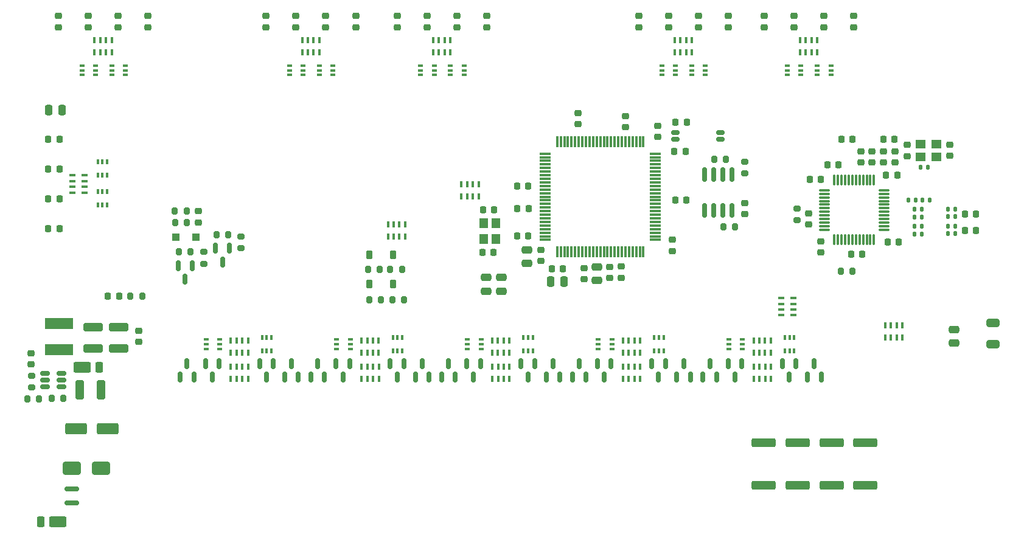
<source format=gbr>
%TF.GenerationSoftware,KiCad,Pcbnew,7.0.8*%
%TF.CreationDate,2023-12-19T12:05:06+02:00*%
%TF.ProjectId,serial_io_expander,73657269-616c-45f6-996f-5f657870616e,rev?*%
%TF.SameCoordinates,Original*%
%TF.FileFunction,Paste,Top*%
%TF.FilePolarity,Positive*%
%FSLAX46Y46*%
G04 Gerber Fmt 4.6, Leading zero omitted, Abs format (unit mm)*
G04 Created by KiCad (PCBNEW 7.0.8) date 2023-12-19 12:05:06*
%MOMM*%
%LPD*%
G01*
G04 APERTURE LIST*
G04 Aperture macros list*
%AMRoundRect*
0 Rectangle with rounded corners*
0 $1 Rounding radius*
0 $2 $3 $4 $5 $6 $7 $8 $9 X,Y pos of 4 corners*
0 Add a 4 corners polygon primitive as box body*
4,1,4,$2,$3,$4,$5,$6,$7,$8,$9,$2,$3,0*
0 Add four circle primitives for the rounded corners*
1,1,$1+$1,$2,$3*
1,1,$1+$1,$4,$5*
1,1,$1+$1,$6,$7*
1,1,$1+$1,$8,$9*
0 Add four rect primitives between the rounded corners*
20,1,$1+$1,$2,$3,$4,$5,0*
20,1,$1+$1,$4,$5,$6,$7,0*
20,1,$1+$1,$6,$7,$8,$9,0*
20,1,$1+$1,$8,$9,$2,$3,0*%
G04 Aperture macros list end*
%ADD10RoundRect,0.200000X-0.275000X0.200000X-0.275000X-0.200000X0.275000X-0.200000X0.275000X0.200000X0*%
%ADD11R,1.400000X1.200000*%
%ADD12RoundRect,0.218750X0.256250X-0.218750X0.256250X0.218750X-0.256250X0.218750X-0.256250X-0.218750X0*%
%ADD13RoundRect,0.135000X-0.135000X-0.185000X0.135000X-0.185000X0.135000X0.185000X-0.135000X0.185000X0*%
%ADD14RoundRect,0.225000X0.225000X0.250000X-0.225000X0.250000X-0.225000X-0.250000X0.225000X-0.250000X0*%
%ADD15RoundRect,0.150000X0.150000X-0.587500X0.150000X0.587500X-0.150000X0.587500X-0.150000X-0.587500X0*%
%ADD16R,0.400000X0.900000*%
%ADD17R,0.400000X0.650000*%
%ADD18R,0.650000X0.400000*%
%ADD19RoundRect,0.150000X-0.150000X0.825000X-0.150000X-0.825000X0.150000X-0.825000X0.150000X0.825000X0*%
%ADD20RoundRect,0.225000X0.250000X-0.225000X0.250000X0.225000X-0.250000X0.225000X-0.250000X-0.225000X0*%
%ADD21RoundRect,0.225000X-0.225000X-0.250000X0.225000X-0.250000X0.225000X0.250000X-0.225000X0.250000X0*%
%ADD22RoundRect,0.150000X0.850000X0.150000X-0.850000X0.150000X-0.850000X-0.150000X0.850000X-0.150000X0*%
%ADD23RoundRect,0.218750X0.218750X0.256250X-0.218750X0.256250X-0.218750X-0.256250X0.218750X-0.256250X0*%
%ADD24RoundRect,0.200000X-0.200000X-0.275000X0.200000X-0.275000X0.200000X0.275000X-0.200000X0.275000X0*%
%ADD25RoundRect,0.250000X0.650000X-0.325000X0.650000X0.325000X-0.650000X0.325000X-0.650000X-0.325000X0*%
%ADD26RoundRect,0.135000X0.135000X0.185000X-0.135000X0.185000X-0.135000X-0.185000X0.135000X-0.185000X0*%
%ADD27RoundRect,0.225000X-0.225000X-0.375000X0.225000X-0.375000X0.225000X0.375000X-0.225000X0.375000X0*%
%ADD28RoundRect,0.200000X0.200000X0.275000X-0.200000X0.275000X-0.200000X-0.275000X0.200000X-0.275000X0*%
%ADD29RoundRect,0.250000X-0.475000X0.250000X-0.475000X-0.250000X0.475000X-0.250000X0.475000X0.250000X0*%
%ADD30RoundRect,0.225000X-0.250000X0.225000X-0.250000X-0.225000X0.250000X-0.225000X0.250000X0.225000X0*%
%ADD31RoundRect,0.150000X-0.150000X0.587500X-0.150000X-0.587500X0.150000X-0.587500X0.150000X0.587500X0*%
%ADD32RoundRect,0.250000X-0.950000X-0.500000X0.950000X-0.500000X0.950000X0.500000X-0.950000X0.500000X0*%
%ADD33RoundRect,0.250000X-0.275000X-0.500000X0.275000X-0.500000X0.275000X0.500000X-0.275000X0.500000X0*%
%ADD34RoundRect,0.250000X0.950000X0.500000X-0.950000X0.500000X-0.950000X-0.500000X0.950000X-0.500000X0*%
%ADD35RoundRect,0.250000X0.275000X0.500000X-0.275000X0.500000X-0.275000X-0.500000X0.275000X-0.500000X0*%
%ADD36RoundRect,0.200000X0.275000X-0.200000X0.275000X0.200000X-0.275000X0.200000X-0.275000X-0.200000X0*%
%ADD37RoundRect,0.250000X-1.100000X0.325000X-1.100000X-0.325000X1.100000X-0.325000X1.100000X0.325000X0*%
%ADD38RoundRect,0.250000X1.425000X-0.362500X1.425000X0.362500X-1.425000X0.362500X-1.425000X-0.362500X0*%
%ADD39RoundRect,0.250000X-0.300000X-0.300000X0.300000X-0.300000X0.300000X0.300000X-0.300000X0.300000X0*%
%ADD40RoundRect,0.250000X0.475000X-0.250000X0.475000X0.250000X-0.475000X0.250000X-0.475000X-0.250000X0*%
%ADD41RoundRect,0.250000X-1.000000X-0.650000X1.000000X-0.650000X1.000000X0.650000X-1.000000X0.650000X0*%
%ADD42RoundRect,0.250000X-1.250000X-0.550000X1.250000X-0.550000X1.250000X0.550000X-1.250000X0.550000X0*%
%ADD43R,1.200000X1.400000*%
%ADD44RoundRect,0.250000X-0.325000X-1.100000X0.325000X-1.100000X0.325000X1.100000X-0.325000X1.100000X0*%
%ADD45RoundRect,0.218750X-0.218750X-0.256250X0.218750X-0.256250X0.218750X0.256250X-0.218750X0.256250X0*%
%ADD46RoundRect,0.075000X0.075000X-0.725000X0.075000X0.725000X-0.075000X0.725000X-0.075000X-0.725000X0*%
%ADD47RoundRect,0.075000X0.725000X-0.075000X0.725000X0.075000X-0.725000X0.075000X-0.725000X-0.075000X0*%
%ADD48RoundRect,0.250000X-0.250000X-0.475000X0.250000X-0.475000X0.250000X0.475000X-0.250000X0.475000X0*%
%ADD49R,4.000000X1.500000*%
%ADD50RoundRect,0.150000X-0.450000X-0.150000X0.450000X-0.150000X0.450000X0.150000X-0.450000X0.150000X0*%
%ADD51R,0.900000X0.400000*%
%ADD52RoundRect,0.075000X0.662500X0.075000X-0.662500X0.075000X-0.662500X-0.075000X0.662500X-0.075000X0*%
%ADD53RoundRect,0.075000X0.075000X0.662500X-0.075000X0.662500X-0.075000X-0.662500X0.075000X-0.662500X0*%
%ADD54RoundRect,0.150000X-0.512500X-0.150000X0.512500X-0.150000X0.512500X0.150000X-0.512500X0.150000X0*%
G04 APERTURE END LIST*
D10*
%TO.C,R5*%
X161190000Y-72975000D03*
X161190000Y-74625000D03*
%TD*%
D11*
%TO.C,Y3*%
X187876250Y-70558750D03*
X185676250Y-70558750D03*
X185676250Y-72258750D03*
X187876250Y-72258750D03*
%TD*%
D12*
%TO.C,D33*%
X102905000Y-54260000D03*
X102905000Y-52685000D03*
%TD*%
D13*
%TO.C,R79*%
X185641250Y-73758750D03*
X186661250Y-73758750D03*
%TD*%
D14*
%TO.C,C16*%
X131105000Y-79490000D03*
X129555000Y-79490000D03*
%TD*%
D15*
%TO.C,D11*%
X155392500Y-102972500D03*
X157292500Y-102972500D03*
X156342500Y-101097500D03*
%TD*%
D16*
%TO.C,RN11*%
X107880001Y-103222500D03*
X108680001Y-103222500D03*
X109480001Y-103222500D03*
X110280001Y-103222500D03*
X110280001Y-101522500D03*
X109480001Y-101522500D03*
X108680001Y-101522500D03*
X107880001Y-101522500D03*
%TD*%
D17*
%TO.C,U27*%
X166792500Y-99322500D03*
X167442500Y-99322500D03*
X168092500Y-99322500D03*
X168092500Y-97422500D03*
X167442500Y-97422500D03*
X166792500Y-97422500D03*
%TD*%
D18*
%TO.C,U9*%
X68980000Y-59610000D03*
X68980000Y-60260000D03*
X68980000Y-60910000D03*
X70880000Y-60910000D03*
X70880000Y-60260000D03*
X70880000Y-59610000D03*
%TD*%
D19*
%TO.C,U3*%
X159460000Y-74775000D03*
X158190000Y-74775000D03*
X156920000Y-74775000D03*
X155650000Y-74775000D03*
X155650000Y-79725000D03*
X156920000Y-79725000D03*
X158190000Y-79725000D03*
X159460000Y-79725000D03*
%TD*%
D16*
%TO.C,RN17*%
X144255001Y-103222500D03*
X145055001Y-103222500D03*
X145855001Y-103222500D03*
X146655001Y-103222500D03*
X146655001Y-101522500D03*
X145855001Y-101522500D03*
X145055001Y-101522500D03*
X144255001Y-101522500D03*
%TD*%
%TO.C,RN18*%
X146645000Y-97872500D03*
X145845000Y-97872500D03*
X145045000Y-97872500D03*
X144245000Y-97872500D03*
X144245000Y-99572500D03*
X145045000Y-99572500D03*
X145845000Y-99572500D03*
X146645000Y-99572500D03*
%TD*%
D20*
%TO.C,C8*%
X61860000Y-101195000D03*
X61860000Y-99645000D03*
%TD*%
D12*
%TO.C,D34*%
X98755000Y-54260000D03*
X98755000Y-52685000D03*
%TD*%
D21*
%TO.C,C2*%
X151400000Y-71500000D03*
X152950000Y-71500000D03*
%TD*%
D22*
%TO.C,L5*%
X67600000Y-120450000D03*
X67600000Y-118550000D03*
%TD*%
D23*
%TO.C,D49*%
X65830000Y-78110002D03*
X64255000Y-78110002D03*
%TD*%
D24*
%TO.C,R75*%
X111875000Y-87925000D03*
X113525000Y-87925000D03*
%TD*%
D25*
%TO.C,C47*%
X195750000Y-98355000D03*
X195750000Y-95405000D03*
%TD*%
D18*
%TO.C,U7*%
X120230001Y-59610000D03*
X120230001Y-60260000D03*
X120230001Y-60910000D03*
X122130001Y-60910000D03*
X122130001Y-60260000D03*
X122130001Y-59610000D03*
%TD*%
D15*
%TO.C,D12*%
X137205000Y-102972500D03*
X139105000Y-102972500D03*
X138155000Y-101097500D03*
%TD*%
D16*
%TO.C,RN6*%
X171280000Y-56060000D03*
X170480000Y-56060000D03*
X169680000Y-56060000D03*
X168880000Y-56060000D03*
X168880000Y-57760000D03*
X169680000Y-57760000D03*
X170480000Y-57760000D03*
X171280000Y-57760000D03*
%TD*%
D15*
%TO.C,D7*%
X151755000Y-102972499D03*
X153655000Y-102972499D03*
X152705000Y-101097499D03*
%TD*%
D26*
%TO.C,R83*%
X185831250Y-81983750D03*
X184811250Y-81983750D03*
%TD*%
D12*
%TO.C,D24*%
X78180000Y-54260000D03*
X78180000Y-52685000D03*
%TD*%
D26*
%TO.C,R89*%
X190530000Y-79610000D03*
X189510000Y-79610000D03*
%TD*%
D20*
%TO.C,C19*%
X149100000Y-69525000D03*
X149100000Y-67975000D03*
%TD*%
D14*
%TO.C,C37*%
X177526250Y-85808750D03*
X175976250Y-85808750D03*
%TD*%
D27*
%TO.C,D44*%
X108952500Y-90035000D03*
X112252500Y-90035000D03*
%TD*%
D26*
%TO.C,R87*%
X190530000Y-81970000D03*
X189510000Y-81970000D03*
%TD*%
D17*
%TO.C,U21*%
X130417500Y-99322500D03*
X131067500Y-99322500D03*
X131717500Y-99322500D03*
X131717500Y-97422500D03*
X131067500Y-97422500D03*
X130417500Y-97422500D03*
%TD*%
D28*
%TO.C,R6*%
X159865000Y-82000000D03*
X158215000Y-82000000D03*
%TD*%
D29*
%TO.C,C18*%
X125245000Y-89100000D03*
X125245000Y-91000000D03*
%TD*%
D30*
%TO.C,C38*%
X170130000Y-80135000D03*
X170130000Y-81685000D03*
%TD*%
D15*
%TO.C,D9*%
X100830000Y-102972500D03*
X102730000Y-102972500D03*
X101780000Y-101097500D03*
%TD*%
D26*
%TO.C,R90*%
X190530000Y-80640000D03*
X189510000Y-80640000D03*
%TD*%
D31*
%TO.C,D23*%
X95592501Y-101097500D03*
X93692501Y-101097500D03*
X94642501Y-102972500D03*
%TD*%
D16*
%TO.C,RN9*%
X92082500Y-97872500D03*
X91282500Y-97872500D03*
X90482500Y-97872500D03*
X89682500Y-97872500D03*
X89682500Y-99572500D03*
X90482500Y-99572500D03*
X91282500Y-99572500D03*
X92082500Y-99572500D03*
%TD*%
D24*
%TO.C,R74*%
X112150000Y-92175000D03*
X113800000Y-92175000D03*
%TD*%
D31*
%TO.C,D22*%
X150155001Y-101097500D03*
X148255001Y-101097500D03*
X149205001Y-102972500D03*
%TD*%
D32*
%TO.C,D1*%
X65650000Y-123100000D03*
D33*
X63275000Y-123100000D03*
%TD*%
D16*
%TO.C,RN16*%
X164832500Y-97872500D03*
X164032500Y-97872500D03*
X163232500Y-97872500D03*
X162432500Y-97872500D03*
X162432500Y-99572500D03*
X163232500Y-99572500D03*
X164032500Y-99572500D03*
X164832500Y-99572500D03*
%TD*%
D29*
%TO.C,C28*%
X130900000Y-85250000D03*
X130900000Y-87150000D03*
%TD*%
D34*
%TO.C,D46*%
X69010000Y-101620000D03*
D35*
X71385000Y-101620000D03*
%TD*%
D17*
%TO.C,U15*%
X112230000Y-99322500D03*
X112880000Y-99322500D03*
X113530000Y-99322500D03*
X113530000Y-97422500D03*
X112880000Y-97422500D03*
X112230000Y-97422500D03*
%TD*%
D36*
%TO.C,R4*%
X168510000Y-81145000D03*
X168510000Y-79495000D03*
%TD*%
D31*
%TO.C,D14*%
X106230000Y-101097500D03*
X104330000Y-101097500D03*
X105280000Y-102972500D03*
%TD*%
D12*
%TO.C,D28*%
X125280000Y-54260000D03*
X125280000Y-52685000D03*
%TD*%
D16*
%TO.C,RN2*%
X124175000Y-76075000D03*
X123375000Y-76075000D03*
X122575000Y-76075000D03*
X121775000Y-76075000D03*
X121775000Y-77775000D03*
X122575000Y-77775000D03*
X123375000Y-77775000D03*
X124175000Y-77775000D03*
%TD*%
D24*
%TO.C,R3*%
X75712500Y-91700000D03*
X77362500Y-91700000D03*
%TD*%
%TO.C,R1*%
X81930000Y-81410000D03*
X83580000Y-81410000D03*
%TD*%
D37*
%TO.C,C9*%
X74060000Y-96045000D03*
X74060000Y-98995000D03*
%TD*%
D30*
%TO.C,C11*%
X76900000Y-96495000D03*
X76900000Y-98045000D03*
%TD*%
D23*
%TO.C,L4*%
X176197500Y-69880000D03*
X174622500Y-69880000D03*
%TD*%
D26*
%TO.C,R82*%
X186941250Y-78353750D03*
X185921250Y-78353750D03*
%TD*%
D18*
%TO.C,U18*%
X167130000Y-59610000D03*
X167130000Y-60260000D03*
X167130000Y-60910000D03*
X169030000Y-60910000D03*
X169030000Y-60260000D03*
X169030000Y-59610000D03*
%TD*%
D12*
%TO.C,D29*%
X121130000Y-54260000D03*
X121130000Y-52685000D03*
%TD*%
D17*
%TO.C,U33*%
X148605000Y-99322500D03*
X149255000Y-99322500D03*
X149905000Y-99322500D03*
X149905000Y-97422500D03*
X149255000Y-97422500D03*
X148605000Y-97422500D03*
%TD*%
D16*
%TO.C,RN14*%
X128457500Y-97872500D03*
X127657500Y-97872500D03*
X126857500Y-97872500D03*
X126057500Y-97872500D03*
X126057500Y-99572500D03*
X126857500Y-99572500D03*
X127657500Y-99572500D03*
X128457500Y-99572500D03*
%TD*%
D15*
%TO.C,D10*%
X119017500Y-102972500D03*
X120917500Y-102972500D03*
X119967500Y-101097500D03*
%TD*%
D23*
%TO.C,D47*%
X65830000Y-69810002D03*
X64255000Y-69810002D03*
%TD*%
D38*
%TO.C,R8*%
X163800000Y-118000000D03*
X163800000Y-112075000D03*
%TD*%
D18*
%TO.C,U28*%
X158992500Y-97722500D03*
X158992500Y-98372500D03*
X158992500Y-99022500D03*
X160892500Y-99022500D03*
X160892500Y-98372500D03*
X160892500Y-97722500D03*
%TD*%
D12*
%TO.C,D35*%
X94605000Y-54260000D03*
X94605000Y-52685000D03*
%TD*%
D20*
%TO.C,C35*%
X180501250Y-73058750D03*
X180501250Y-71508750D03*
%TD*%
D26*
%TO.C,R84*%
X185841250Y-83023750D03*
X184821250Y-83023750D03*
%TD*%
D17*
%TO.C,U19*%
X71180000Y-74860000D03*
X71830000Y-74860000D03*
X72480000Y-74860000D03*
X72480000Y-72960000D03*
X71830000Y-72960000D03*
X71180000Y-72960000D03*
%TD*%
D39*
%TO.C,D5*%
X82030000Y-83510000D03*
X84830000Y-83510000D03*
%TD*%
D12*
%TO.C,D30*%
X116980000Y-54260000D03*
X116980000Y-52685000D03*
%TD*%
%TO.C,D43*%
X163880000Y-54260000D03*
X163880000Y-52685000D03*
%TD*%
D40*
%TO.C,C46*%
X190340000Y-98210000D03*
X190340000Y-96310000D03*
%TD*%
D16*
%TO.C,RN12*%
X110270000Y-97872500D03*
X109470000Y-97872500D03*
X108670000Y-97872500D03*
X107870000Y-97872500D03*
X107870000Y-99572500D03*
X108670000Y-99572500D03*
X109470000Y-99572500D03*
X110270000Y-99572500D03*
%TD*%
D26*
%TO.C,R81*%
X184991250Y-78353750D03*
X183971250Y-78353750D03*
%TD*%
D41*
%TO.C,D51*%
X67600000Y-115650000D03*
X71600000Y-115650000D03*
%TD*%
D42*
%TO.C,C6*%
X68150000Y-110120000D03*
X72550000Y-110120000D03*
%TD*%
D21*
%TO.C,C45*%
X191845000Y-80240000D03*
X193395000Y-80240000D03*
%TD*%
D27*
%TO.C,D45*%
X108925000Y-85925000D03*
X112225000Y-85925000D03*
%TD*%
D21*
%TO.C,C40*%
X180881250Y-74828750D03*
X182431250Y-74828750D03*
%TD*%
D31*
%TO.C,Q2*%
X89480000Y-85035000D03*
X87580000Y-85035000D03*
X88530000Y-86910000D03*
%TD*%
%TO.C,D21*%
X168342501Y-101097500D03*
X166442501Y-101097500D03*
X167392501Y-102972500D03*
%TD*%
D16*
%TO.C,RN8*%
X180750000Y-97475000D03*
X181550000Y-97475000D03*
X182350000Y-97475000D03*
X183150000Y-97475000D03*
X183150000Y-95775000D03*
X182350000Y-95775000D03*
X181550000Y-95775000D03*
X180750000Y-95775000D03*
%TD*%
D29*
%TO.C,C14*%
X127325000Y-89100000D03*
X127325000Y-91000000D03*
%TD*%
D24*
%TO.C,R76*%
X64735000Y-105920000D03*
X66385000Y-105920000D03*
%TD*%
D21*
%TO.C,C3*%
X124775000Y-79700000D03*
X126325000Y-79700000D03*
%TD*%
D24*
%TO.C,R72*%
X108925000Y-92175000D03*
X110575000Y-92175000D03*
%TD*%
D43*
%TO.C,Y2*%
X124850000Y-81550000D03*
X124850000Y-83750000D03*
X126550000Y-83750000D03*
X126550000Y-81550000D03*
%TD*%
D14*
%TO.C,C5*%
X126225000Y-85575000D03*
X124675000Y-85575000D03*
%TD*%
D28*
%TO.C,R77*%
X63010000Y-105970000D03*
X61360000Y-105970000D03*
%TD*%
D14*
%TO.C,C34*%
X174225000Y-73420000D03*
X172675000Y-73420000D03*
%TD*%
D26*
%TO.C,R88*%
X190530000Y-83010000D03*
X189510000Y-83010000D03*
%TD*%
D12*
%TO.C,D42*%
X168030000Y-54260000D03*
X168030000Y-52685000D03*
%TD*%
%TO.C,D25*%
X74030000Y-54260000D03*
X74030000Y-52685000D03*
%TD*%
%TO.C,D26*%
X69880000Y-54260000D03*
X69880000Y-52685000D03*
%TD*%
D14*
%TO.C,C24*%
X131045000Y-76360000D03*
X129495000Y-76360000D03*
%TD*%
D20*
%TO.C,C39*%
X178931250Y-73058750D03*
X178931250Y-71508750D03*
%TD*%
D31*
%TO.C,D20*%
X131967501Y-101097500D03*
X130067501Y-101097500D03*
X131017501Y-102972500D03*
%TD*%
D28*
%TO.C,R2*%
X83530000Y-79810000D03*
X81880000Y-79810000D03*
%TD*%
D18*
%TO.C,U22*%
X122617500Y-97722500D03*
X122617500Y-98372500D03*
X122617500Y-99022500D03*
X124517500Y-99022500D03*
X124517500Y-98372500D03*
X124517500Y-97722500D03*
%TD*%
D31*
%TO.C,Q3*%
X84280000Y-87435000D03*
X82380000Y-87435000D03*
X83330000Y-89310000D03*
%TD*%
D26*
%TO.C,R85*%
X185811250Y-79623750D03*
X184791250Y-79623750D03*
%TD*%
D18*
%TO.C,U11*%
X102005001Y-59610000D03*
X102005001Y-60260000D03*
X102005001Y-60910000D03*
X103905001Y-60910000D03*
X103905001Y-60260000D03*
X103905001Y-59610000D03*
%TD*%
D21*
%TO.C,C44*%
X191845000Y-82540000D03*
X193395000Y-82540000D03*
%TD*%
D44*
%TO.C,C7*%
X68685000Y-104720000D03*
X71635000Y-104720000D03*
%TD*%
D20*
%TO.C,C27*%
X144600000Y-68175000D03*
X144600000Y-66625000D03*
%TD*%
%TO.C,C41*%
X177361250Y-73058750D03*
X177361250Y-71508750D03*
%TD*%
D18*
%TO.C,U17*%
X171280001Y-59610000D03*
X171280001Y-60260000D03*
X171280001Y-60910000D03*
X173180001Y-60910000D03*
X173180001Y-60260000D03*
X173180001Y-59610000D03*
%TD*%
D45*
%TO.C,D2*%
X72550000Y-91700000D03*
X74125000Y-91700000D03*
%TD*%
D12*
%TO.C,D41*%
X172180000Y-54260000D03*
X172180000Y-52685000D03*
%TD*%
D29*
%TO.C,C26*%
X140630000Y-87620000D03*
X140630000Y-89520000D03*
%TD*%
D16*
%TO.C,RN3*%
X120230000Y-56060000D03*
X119430000Y-56060000D03*
X118630000Y-56060000D03*
X117830000Y-56060000D03*
X117830000Y-57760000D03*
X118630000Y-57760000D03*
X119430000Y-57760000D03*
X120230000Y-57760000D03*
%TD*%
D12*
%TO.C,D40*%
X176330000Y-54260000D03*
X176330000Y-52685000D03*
%TD*%
D15*
%TO.C,D4*%
X133567500Y-102972499D03*
X135467500Y-102972499D03*
X134517500Y-101097499D03*
%TD*%
D31*
%TO.C,D15*%
X124417500Y-101097500D03*
X122517500Y-101097500D03*
X123467500Y-102972500D03*
%TD*%
D18*
%TO.C,U12*%
X97855000Y-59610000D03*
X97855000Y-60260000D03*
X97855000Y-60910000D03*
X99755000Y-60910000D03*
X99755000Y-60260000D03*
X99755000Y-59610000D03*
%TD*%
D16*
%TO.C,RN15*%
X162442501Y-103222500D03*
X163242501Y-103222500D03*
X164042501Y-103222500D03*
X164842501Y-103222500D03*
X164842501Y-101522500D03*
X164042501Y-101522500D03*
X163242501Y-101522500D03*
X162442501Y-101522500D03*
%TD*%
D14*
%TO.C,C32*%
X182026250Y-69858750D03*
X180476250Y-69858750D03*
%TD*%
D18*
%TO.C,U13*%
X153830001Y-59610000D03*
X153830001Y-60260000D03*
X153830001Y-60910000D03*
X155730001Y-60910000D03*
X155730001Y-60260000D03*
X155730001Y-59610000D03*
%TD*%
D17*
%TO.C,U20*%
X71180000Y-79010002D03*
X71830000Y-79010002D03*
X72480000Y-79010002D03*
X72480000Y-77110002D03*
X71830000Y-77110002D03*
X71180000Y-77110002D03*
%TD*%
D31*
%TO.C,D18*%
X88042500Y-101097500D03*
X86142500Y-101097500D03*
X87092500Y-102972500D03*
%TD*%
D30*
%TO.C,C25*%
X132800000Y-85225000D03*
X132800000Y-86775000D03*
%TD*%
D12*
%TO.C,L2*%
X144030000Y-89157500D03*
X144030000Y-87582500D03*
%TD*%
D20*
%TO.C,C1*%
X85140000Y-81420000D03*
X85140000Y-79870000D03*
%TD*%
D46*
%TO.C,U1*%
X135100000Y-85525000D03*
X135600000Y-85525000D03*
X136100000Y-85525000D03*
X136600000Y-85525000D03*
X137100000Y-85525000D03*
X137600000Y-85525000D03*
X138100000Y-85525000D03*
X138600000Y-85525000D03*
X139100000Y-85525000D03*
X139600000Y-85525000D03*
X140100000Y-85525000D03*
X140600000Y-85525000D03*
X141100000Y-85525000D03*
X141600000Y-85525000D03*
X142100000Y-85525000D03*
X142600000Y-85525000D03*
X143100000Y-85525000D03*
X143600000Y-85525000D03*
X144100000Y-85525000D03*
X144600000Y-85525000D03*
X145100000Y-85525000D03*
X145600000Y-85525000D03*
X146100000Y-85525000D03*
X146600000Y-85525000D03*
X147100000Y-85525000D03*
D47*
X148775000Y-83850000D03*
X148775000Y-83350000D03*
X148775000Y-82850000D03*
X148775000Y-82350000D03*
X148775000Y-81850000D03*
X148775000Y-81350000D03*
X148775000Y-80850000D03*
X148775000Y-80350000D03*
X148775000Y-79850000D03*
X148775000Y-79350000D03*
X148775000Y-78850000D03*
X148775000Y-78350000D03*
X148775000Y-77850000D03*
X148775000Y-77350000D03*
X148775000Y-76850000D03*
X148775000Y-76350000D03*
X148775000Y-75850000D03*
X148775000Y-75350000D03*
X148775000Y-74850000D03*
X148775000Y-74350000D03*
X148775000Y-73850000D03*
X148775000Y-73350000D03*
X148775000Y-72850000D03*
X148775000Y-72350000D03*
X148775000Y-71850000D03*
D46*
X147100000Y-70175000D03*
X146600000Y-70175000D03*
X146100000Y-70175000D03*
X145600000Y-70175000D03*
X145100000Y-70175000D03*
X144600000Y-70175000D03*
X144100000Y-70175000D03*
X143600000Y-70175000D03*
X143100000Y-70175000D03*
X142600000Y-70175000D03*
X142100000Y-70175000D03*
X141600000Y-70175000D03*
X141100000Y-70175000D03*
X140600000Y-70175000D03*
X140100000Y-70175000D03*
X139600000Y-70175000D03*
X139100000Y-70175000D03*
X138600000Y-70175000D03*
X138100000Y-70175000D03*
X137600000Y-70175000D03*
X137100000Y-70175000D03*
X136600000Y-70175000D03*
X136100000Y-70175000D03*
X135600000Y-70175000D03*
X135100000Y-70175000D03*
D47*
X133425000Y-71850000D03*
X133425000Y-72350000D03*
X133425000Y-72850000D03*
X133425000Y-73350000D03*
X133425000Y-73850000D03*
X133425000Y-74350000D03*
X133425000Y-74850000D03*
X133425000Y-75350000D03*
X133425000Y-75850000D03*
X133425000Y-76350000D03*
X133425000Y-76850000D03*
X133425000Y-77350000D03*
X133425000Y-77850000D03*
X133425000Y-78350000D03*
X133425000Y-78850000D03*
X133425000Y-79350000D03*
X133425000Y-79850000D03*
X133425000Y-80350000D03*
X133425000Y-80850000D03*
X133425000Y-81350000D03*
X133425000Y-81850000D03*
X133425000Y-82350000D03*
X133425000Y-82850000D03*
X133425000Y-83350000D03*
X133425000Y-83850000D03*
%TD*%
D18*
%TO.C,U34*%
X140805000Y-97722500D03*
X140805000Y-98372500D03*
X140805000Y-99022500D03*
X142705000Y-99022500D03*
X142705000Y-98372500D03*
X142705000Y-97722500D03*
%TD*%
D48*
%TO.C,C13*%
X64340000Y-65755000D03*
X66240000Y-65755000D03*
%TD*%
D18*
%TO.C,U6*%
X86242500Y-97722500D03*
X86242500Y-98372500D03*
X86242500Y-99022500D03*
X88142500Y-99022500D03*
X88142500Y-98372500D03*
X88142500Y-97722500D03*
%TD*%
D20*
%TO.C,C17*%
X137975000Y-67725000D03*
X137975000Y-66175000D03*
%TD*%
D14*
%TO.C,C15*%
X131100000Y-83275000D03*
X129550000Y-83275000D03*
%TD*%
D12*
%TO.C,D31*%
X112830000Y-54260000D03*
X112830000Y-52685000D03*
%TD*%
D24*
%TO.C,R12*%
X87680000Y-83135000D03*
X89330000Y-83135000D03*
%TD*%
D18*
%TO.C,U16*%
X104430000Y-97722500D03*
X104430000Y-98372500D03*
X104430000Y-99022500D03*
X106330000Y-99022500D03*
X106330000Y-98372500D03*
X106330000Y-97722500D03*
%TD*%
D14*
%TO.C,C43*%
X171766250Y-75423750D03*
X170216250Y-75423750D03*
%TD*%
D30*
%TO.C,C30*%
X142430000Y-87585000D03*
X142430000Y-89135000D03*
%TD*%
D36*
%TO.C,R11*%
X91090000Y-85020000D03*
X91090000Y-83370000D03*
%TD*%
D17*
%TO.C,U5*%
X94042500Y-99322500D03*
X94692500Y-99322500D03*
X95342500Y-99322500D03*
X95342500Y-97422500D03*
X94692500Y-97422500D03*
X94042500Y-97422500D03*
%TD*%
D28*
%TO.C,R7*%
X158590000Y-72600000D03*
X156940000Y-72600000D03*
%TD*%
D38*
%TO.C,R10*%
X173266666Y-118000000D03*
X173266666Y-112075000D03*
%TD*%
D15*
%TO.C,D8*%
X97192500Y-102972499D03*
X99092500Y-102972499D03*
X98142500Y-101097499D03*
%TD*%
D49*
%TO.C,L1*%
X65760000Y-99120000D03*
X65760000Y-95520000D03*
%TD*%
D12*
%TO.C,D36*%
X158880000Y-54260000D03*
X158880000Y-52685000D03*
%TD*%
D26*
%TO.C,R86*%
X185811250Y-80653750D03*
X184791250Y-80653750D03*
%TD*%
D37*
%TO.C,C10*%
X70560000Y-96045000D03*
X70560000Y-98995000D03*
%TD*%
D12*
%TO.C,D37*%
X154730000Y-54260000D03*
X154730000Y-52685000D03*
%TD*%
D50*
%TO.C,Y1*%
X151550000Y-69850000D03*
X157850000Y-69850000D03*
X157850000Y-68950000D03*
X151550000Y-68950000D03*
%TD*%
D23*
%TO.C,D48*%
X65830000Y-73960002D03*
X64255000Y-73960002D03*
%TD*%
D16*
%TO.C,RN5*%
X153830000Y-56060000D03*
X153030000Y-56060000D03*
X152230000Y-56060000D03*
X151430000Y-56060000D03*
X151430000Y-57760000D03*
X152230000Y-57760000D03*
X153030000Y-57760000D03*
X153830000Y-57760000D03*
%TD*%
D31*
%TO.C,D16*%
X160792500Y-101097500D03*
X158892500Y-101097500D03*
X159842500Y-102972500D03*
%TD*%
D18*
%TO.C,U8*%
X73130001Y-59610000D03*
X73130001Y-60260000D03*
X73130001Y-60910000D03*
X75030001Y-60910000D03*
X75030001Y-60260000D03*
X75030001Y-59610000D03*
%TD*%
D15*
%TO.C,D3*%
X115380000Y-102972499D03*
X117280000Y-102972499D03*
X116330000Y-101097499D03*
%TD*%
D16*
%TO.C,RN4*%
X102005000Y-56060000D03*
X101205000Y-56060000D03*
X100405000Y-56060000D03*
X99605000Y-56060000D03*
X99605000Y-57760000D03*
X100405000Y-57760000D03*
X101205000Y-57760000D03*
X102005000Y-57760000D03*
%TD*%
D31*
%TO.C,D19*%
X113780001Y-101097500D03*
X111880001Y-101097500D03*
X112830001Y-102972500D03*
%TD*%
D12*
%TO.C,L3*%
X182101250Y-73083750D03*
X182101250Y-71508750D03*
%TD*%
D51*
%TO.C,RN7*%
X67630000Y-74860002D03*
X67630000Y-75660002D03*
X67630000Y-76460002D03*
X67630000Y-77260002D03*
X69330000Y-77260002D03*
X69330000Y-76460002D03*
X69330000Y-75660002D03*
X69330000Y-74860002D03*
%TD*%
D16*
%TO.C,RN10*%
X89692501Y-103222500D03*
X90492501Y-103222500D03*
X91292501Y-103222500D03*
X92092501Y-103222500D03*
X92092501Y-101522500D03*
X91292501Y-101522500D03*
X90492501Y-101522500D03*
X89692501Y-101522500D03*
%TD*%
D38*
%TO.C,R9*%
X168533333Y-118000000D03*
X168533333Y-112075000D03*
%TD*%
D18*
%TO.C,U14*%
X149680000Y-59610000D03*
X149680000Y-60260000D03*
X149680000Y-60910000D03*
X151580000Y-60910000D03*
X151580000Y-60260000D03*
X151580000Y-59610000D03*
%TD*%
D52*
%TO.C,U4*%
X180593750Y-82441250D03*
X180593750Y-81941250D03*
X180593750Y-81441250D03*
X180593750Y-80941250D03*
X180593750Y-80441250D03*
X180593750Y-79941250D03*
X180593750Y-79441250D03*
X180593750Y-78941250D03*
X180593750Y-78441250D03*
X180593750Y-77941250D03*
X180593750Y-77441250D03*
X180593750Y-76941250D03*
D53*
X179181250Y-75528750D03*
X178681250Y-75528750D03*
X178181250Y-75528750D03*
X177681250Y-75528750D03*
X177181250Y-75528750D03*
X176681250Y-75528750D03*
X176181250Y-75528750D03*
X175681250Y-75528750D03*
X175181250Y-75528750D03*
X174681250Y-75528750D03*
X174181250Y-75528750D03*
X173681250Y-75528750D03*
D52*
X172268750Y-76941250D03*
X172268750Y-77441250D03*
X172268750Y-77941250D03*
X172268750Y-78441250D03*
X172268750Y-78941250D03*
X172268750Y-79441250D03*
X172268750Y-79941250D03*
X172268750Y-80441250D03*
X172268750Y-80941250D03*
X172268750Y-81441250D03*
X172268750Y-81941250D03*
X172268750Y-82441250D03*
D53*
X173681250Y-83853750D03*
X174181250Y-83853750D03*
X174681250Y-83853750D03*
X175181250Y-83853750D03*
X175681250Y-83853750D03*
X176181250Y-83853750D03*
X176681250Y-83853750D03*
X177181250Y-83853750D03*
X177681250Y-83853750D03*
X178181250Y-83853750D03*
X178681250Y-83853750D03*
X179181250Y-83853750D03*
%TD*%
D28*
%TO.C,R80*%
X176215000Y-88190000D03*
X174565000Y-88190000D03*
%TD*%
D15*
%TO.C,D6*%
X169942500Y-102972499D03*
X171842500Y-102972499D03*
X170892500Y-101097499D03*
%TD*%
%TO.C,D13*%
X82642500Y-102972500D03*
X84542500Y-102972500D03*
X83592500Y-101097500D03*
%TD*%
D30*
%TO.C,C21*%
X138830000Y-87785000D03*
X138830000Y-89335000D03*
%TD*%
D20*
%TO.C,C36*%
X183776250Y-72183750D03*
X183776250Y-70633750D03*
%TD*%
D21*
%TO.C,C23*%
X134355000Y-87860000D03*
X135905000Y-87860000D03*
%TD*%
D48*
%TO.C,C20*%
X134180000Y-89660000D03*
X136080000Y-89660000D03*
%TD*%
D23*
%TO.C,D50*%
X65830000Y-82260002D03*
X64255000Y-82260002D03*
%TD*%
D12*
%TO.C,D32*%
X107055000Y-54260000D03*
X107055000Y-52685000D03*
%TD*%
D16*
%TO.C,RN19*%
X73130000Y-56060000D03*
X72330000Y-56060000D03*
X71530000Y-56060000D03*
X70730000Y-56060000D03*
X70730000Y-57760000D03*
X71530000Y-57760000D03*
X72330000Y-57760000D03*
X73130000Y-57760000D03*
%TD*%
D36*
%TO.C,R14*%
X85930000Y-87160000D03*
X85930000Y-85510000D03*
%TD*%
D10*
%TO.C,R78*%
X61960000Y-102770000D03*
X61960000Y-104420000D03*
%TD*%
D51*
%TO.C,RN20*%
X166250000Y-91950000D03*
X166250000Y-92750000D03*
X166250000Y-93550000D03*
X166250000Y-94350000D03*
X167950000Y-94350000D03*
X167950000Y-93550000D03*
X167950000Y-92750000D03*
X167950000Y-91950000D03*
%TD*%
D24*
%TO.C,R73*%
X108775000Y-87925000D03*
X110425000Y-87925000D03*
%TD*%
D21*
%TO.C,C4*%
X151565000Y-67500000D03*
X153115000Y-67500000D03*
%TD*%
D12*
%TO.C,D27*%
X65730000Y-54260000D03*
X65730000Y-52685000D03*
%TD*%
D21*
%TO.C,C29*%
X151525000Y-78350000D03*
X153075000Y-78350000D03*
%TD*%
D16*
%TO.C,RN13*%
X126067501Y-103222500D03*
X126867501Y-103222500D03*
X127667501Y-103222500D03*
X128467501Y-103222500D03*
X128467501Y-101522500D03*
X127667501Y-101522500D03*
X126867501Y-101522500D03*
X126067501Y-101522500D03*
%TD*%
D12*
%TO.C,D39*%
X146430000Y-54260000D03*
X146430000Y-52685000D03*
%TD*%
D30*
%TO.C,C42*%
X171801250Y-84058750D03*
X171801250Y-85608750D03*
%TD*%
D16*
%TO.C,RN1*%
X113950000Y-81675000D03*
X113150000Y-81675000D03*
X112350000Y-81675000D03*
X111550000Y-81675000D03*
X111550000Y-83375000D03*
X112350000Y-83375000D03*
X113150000Y-83375000D03*
X113950000Y-83375000D03*
%TD*%
D30*
%TO.C,C33*%
X189750000Y-70605000D03*
X189750000Y-72155000D03*
%TD*%
D20*
%TO.C,C12*%
X161180000Y-80250000D03*
X161180000Y-78700000D03*
%TD*%
D12*
%TO.C,D38*%
X150580000Y-54260000D03*
X150580000Y-52685000D03*
%TD*%
D28*
%TO.C,R13*%
X84080000Y-85535000D03*
X82430000Y-85535000D03*
%TD*%
D21*
%TO.C,C31*%
X181106250Y-84178750D03*
X182656250Y-84178750D03*
%TD*%
D18*
%TO.C,U10*%
X116080000Y-59610000D03*
X116080000Y-60260000D03*
X116080000Y-60910000D03*
X117980000Y-60910000D03*
X117980000Y-60260000D03*
X117980000Y-59610000D03*
%TD*%
D31*
%TO.C,D17*%
X142605000Y-101097500D03*
X140705000Y-101097500D03*
X141655000Y-102972500D03*
%TD*%
D30*
%TO.C,C22*%
X151095000Y-83850000D03*
X151095000Y-85400000D03*
%TD*%
D38*
%TO.C,R15*%
X178000000Y-118000000D03*
X178000000Y-112075000D03*
%TD*%
D54*
%TO.C,U2*%
X63822500Y-102420000D03*
X63822500Y-103370000D03*
X63822500Y-104320000D03*
X66097500Y-104320000D03*
X66097500Y-103370000D03*
X66097500Y-102420000D03*
%TD*%
M02*

</source>
